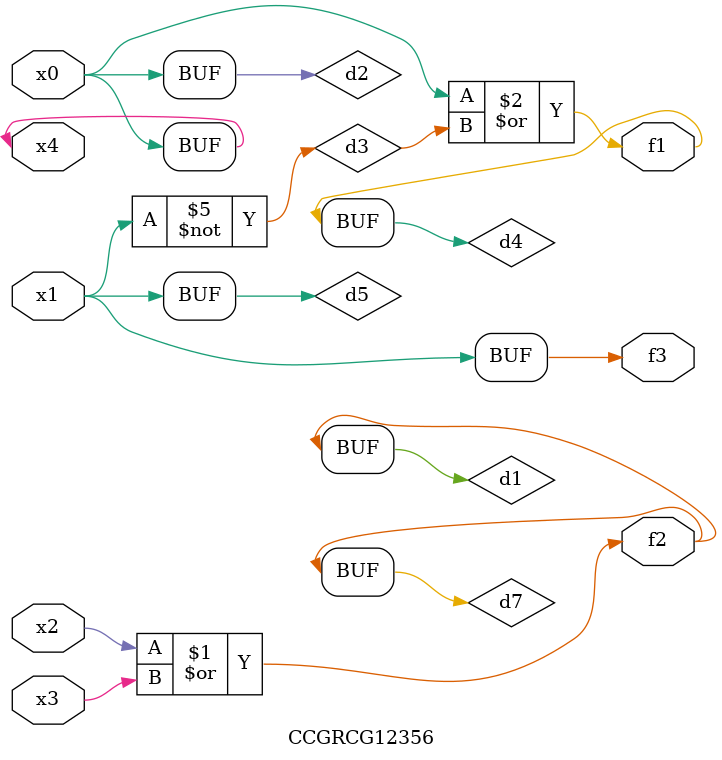
<source format=v>
module CCGRCG12356(
	input x0, x1, x2, x3, x4,
	output f1, f2, f3
);

	wire d1, d2, d3, d4, d5, d6, d7;

	or (d1, x2, x3);
	buf (d2, x0, x4);
	not (d3, x1);
	or (d4, d2, d3);
	not (d5, d3);
	nand (d6, d1, d3);
	or (d7, d1);
	assign f1 = d4;
	assign f2 = d7;
	assign f3 = d5;
endmodule

</source>
